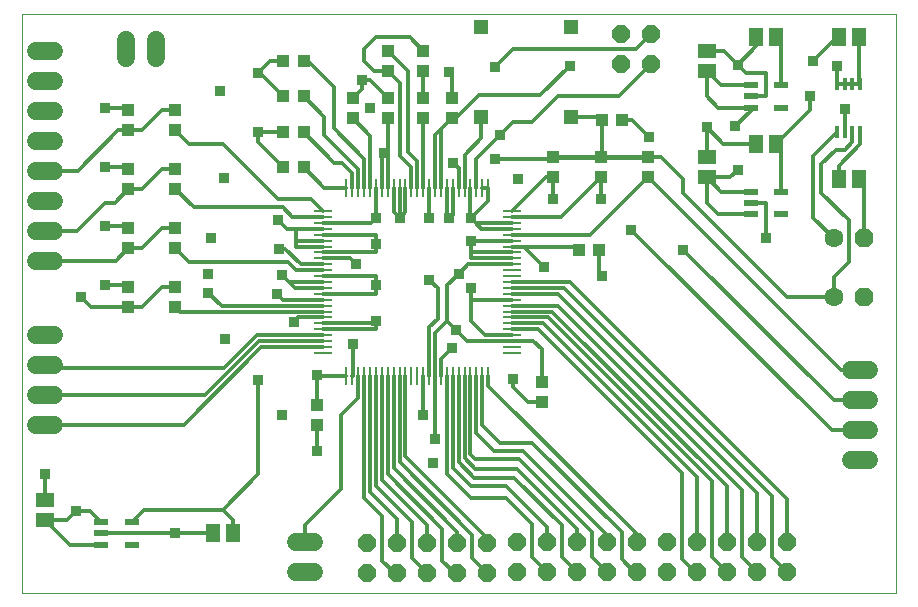
<source format=gtl>
G75*
%MOIN*%
%OFA0B0*%
%FSLAX24Y24*%
%IPPOS*%
%LPD*%
%AMOC8*
5,1,8,0,0,1.08239X$1,22.5*
%
%ADD10C,0.0000*%
%ADD11R,0.0591X0.0108*%
%ADD12R,0.0108X0.0591*%
%ADD13C,0.0600*%
%ADD14R,0.0177X0.0394*%
%ADD15C,0.0630*%
%ADD16OC8,0.0630*%
%ADD17R,0.0512X0.0591*%
%ADD18R,0.0472X0.0217*%
%ADD19R,0.0591X0.0512*%
%ADD20R,0.0472X0.0472*%
%ADD21OC8,0.0600*%
%ADD22R,0.0394X0.0433*%
%ADD23R,0.0433X0.0394*%
%ADD24C,0.0120*%
%ADD25C,0.0120*%
%ADD26R,0.0354X0.0354*%
%ADD27C,0.0160*%
D10*
X000160Y000160D02*
X000160Y019451D01*
X029294Y019451D01*
X029294Y000160D01*
X000160Y000160D01*
D11*
X010192Y008148D03*
X010192Y008345D03*
X010192Y008542D03*
X010192Y008739D03*
X010192Y008936D03*
X010192Y009132D03*
X010192Y009329D03*
X010192Y009526D03*
X010192Y009723D03*
X010192Y009920D03*
X010192Y010117D03*
X010192Y010314D03*
X010192Y010510D03*
X010192Y010707D03*
X010192Y010904D03*
X010192Y011101D03*
X010192Y011298D03*
X010192Y011495D03*
X010192Y011692D03*
X010192Y011888D03*
X010192Y012085D03*
X010192Y012282D03*
X010192Y012479D03*
X010192Y012676D03*
X010192Y012873D03*
X016491Y012873D03*
X016491Y012676D03*
X016491Y012479D03*
X016491Y012282D03*
X016491Y012085D03*
X016491Y011888D03*
X016491Y011692D03*
X016491Y011495D03*
X016491Y011298D03*
X016491Y011101D03*
X016491Y010904D03*
X016491Y010707D03*
X016491Y010510D03*
X016491Y010314D03*
X016491Y010117D03*
X016491Y009920D03*
X016491Y009723D03*
X016491Y009526D03*
X016491Y009329D03*
X016491Y009132D03*
X016491Y008936D03*
X016491Y008739D03*
X016491Y008542D03*
X016491Y008345D03*
X016491Y008148D03*
D12*
X015703Y007361D03*
X015506Y007361D03*
X015310Y007361D03*
X015113Y007361D03*
X014916Y007361D03*
X014719Y007361D03*
X014522Y007361D03*
X014325Y007361D03*
X014129Y007361D03*
X013932Y007361D03*
X013735Y007361D03*
X013538Y007361D03*
X013341Y007361D03*
X013144Y007361D03*
X012947Y007361D03*
X012751Y007361D03*
X012554Y007361D03*
X012357Y007361D03*
X012160Y007361D03*
X011963Y007361D03*
X011766Y007361D03*
X011569Y007361D03*
X011373Y007361D03*
X011176Y007361D03*
X010979Y007361D03*
X010979Y013660D03*
X011176Y013660D03*
X011373Y013660D03*
X011569Y013660D03*
X011766Y013660D03*
X011963Y013660D03*
X012160Y013660D03*
X012357Y013660D03*
X012554Y013660D03*
X012751Y013660D03*
X012947Y013660D03*
X013144Y013660D03*
X013341Y013660D03*
X013538Y013660D03*
X013735Y013660D03*
X013932Y013660D03*
X014129Y013660D03*
X014325Y013660D03*
X014522Y013660D03*
X014719Y013660D03*
X014916Y013660D03*
X015113Y013660D03*
X015310Y013660D03*
X015506Y013660D03*
X015703Y013660D03*
D13*
X004636Y017970D02*
X004636Y018570D01*
X003636Y018570D02*
X003636Y017970D01*
X001247Y018227D02*
X000647Y018227D01*
X000647Y017227D02*
X001247Y017227D01*
X001247Y016227D02*
X000647Y016227D01*
X000647Y015227D02*
X001247Y015227D01*
X001247Y014227D02*
X000647Y014227D01*
X000647Y013227D02*
X001247Y013227D01*
X001247Y012227D02*
X000647Y012227D01*
X000647Y011227D02*
X001247Y011227D01*
X001247Y008747D02*
X000647Y008747D01*
X000647Y007747D02*
X001247Y007747D01*
X001247Y006747D02*
X000647Y006747D01*
X000647Y005747D02*
X001247Y005747D01*
X009309Y001841D02*
X009909Y001841D01*
X009909Y000841D02*
X009309Y000841D01*
X027813Y004566D02*
X028413Y004566D01*
X028413Y005566D02*
X027813Y005566D01*
X027813Y006566D02*
X028413Y006566D01*
X028413Y007566D02*
X027813Y007566D01*
D14*
X027847Y015495D03*
X027591Y015495D03*
X027335Y015495D03*
X028103Y015495D03*
X028103Y017109D03*
X027847Y017109D03*
X027591Y017109D03*
X027335Y017109D03*
D15*
X027219Y011971D03*
X027219Y010003D03*
D16*
X028219Y010003D03*
X028219Y011971D03*
D17*
X028054Y013940D03*
X027384Y013940D03*
X025298Y015121D03*
X024629Y015121D03*
X024629Y018664D03*
X025298Y018664D03*
X027384Y018664D03*
X028054Y018664D03*
X007188Y002129D03*
X006518Y002129D03*
D18*
X003821Y002503D03*
X002798Y002503D03*
X002798Y002129D03*
X002798Y001755D03*
X003821Y001755D03*
X024451Y012778D03*
X024451Y013152D03*
X024451Y013526D03*
X025475Y013526D03*
X025475Y012778D03*
X025475Y016321D03*
X024451Y016321D03*
X024451Y016695D03*
X024451Y017069D03*
X025475Y017069D03*
D19*
X022995Y017542D03*
X022995Y018211D03*
X022995Y014668D03*
X022995Y013999D03*
X000947Y003251D03*
X000947Y002581D03*
D20*
X015471Y016022D03*
X018471Y016022D03*
X018471Y019022D03*
X015471Y019022D03*
D21*
X020132Y018770D03*
X021132Y018770D03*
X021132Y017770D03*
X020132Y017770D03*
X019664Y001841D03*
X018664Y001841D03*
X017664Y001841D03*
X016664Y001841D03*
X015664Y001802D03*
X014664Y001802D03*
X013664Y001802D03*
X012664Y001802D03*
X011664Y001802D03*
X011664Y000802D03*
X012664Y000802D03*
X013664Y000802D03*
X014664Y000802D03*
X015664Y000802D03*
X016664Y000841D03*
X017664Y000841D03*
X018664Y000841D03*
X019664Y000841D03*
X020664Y000841D03*
X021664Y000841D03*
X022664Y000841D03*
X023664Y000841D03*
X024664Y000841D03*
X025664Y000841D03*
X025664Y001841D03*
X024664Y001841D03*
X023664Y001841D03*
X022664Y001841D03*
X021664Y001841D03*
X020664Y001841D03*
D22*
X017483Y006518D03*
X017483Y007188D03*
X010003Y006400D03*
X010003Y005731D03*
X005278Y009668D03*
X005278Y010337D03*
X005278Y011636D03*
X005278Y012306D03*
X005278Y013605D03*
X005278Y014274D03*
X005278Y015573D03*
X005278Y016243D03*
X011184Y015967D03*
X011184Y016636D03*
X012365Y016636D03*
X012365Y015967D03*
X012365Y017542D03*
X012365Y018211D03*
X013546Y018211D03*
X013546Y017542D03*
X014491Y016636D03*
X014491Y015967D03*
D23*
X013546Y015967D03*
X013546Y016636D03*
X009550Y016695D03*
X008881Y016695D03*
X008881Y015514D03*
X009550Y015514D03*
X009550Y014333D03*
X008881Y014333D03*
X008881Y017877D03*
X009550Y017877D03*
X003703Y016243D03*
X003703Y015573D03*
X003703Y014274D03*
X003703Y013605D03*
X003703Y012306D03*
X003703Y011636D03*
X003703Y010337D03*
X003703Y009668D03*
X017877Y013999D03*
X017877Y014668D03*
X019451Y014668D03*
X019451Y013999D03*
X021026Y013999D03*
X021026Y014668D03*
X020180Y015908D03*
X019510Y015908D03*
X019392Y011577D03*
X018723Y011577D03*
D24*
X018609Y011692D01*
X016491Y011692D01*
X016896Y011692D01*
X017562Y011026D01*
X018432Y010510D02*
X025664Y003278D01*
X025664Y001841D01*
X025160Y001345D02*
X025664Y000841D01*
X025160Y001345D02*
X025160Y003388D01*
X018235Y010314D01*
X016491Y010314D01*
X016491Y010510D02*
X018432Y010510D01*
X018038Y010117D02*
X024664Y003491D01*
X024664Y001841D01*
X024176Y001329D02*
X024664Y000841D01*
X024176Y001329D02*
X024176Y003585D01*
X018038Y009723D01*
X016491Y009723D01*
X016491Y009526D02*
X017841Y009526D01*
X023664Y003703D01*
X023664Y001841D01*
X023152Y001353D02*
X023664Y000841D01*
X023152Y001353D02*
X023152Y003861D01*
X017684Y009329D01*
X016491Y009329D01*
X016491Y009132D02*
X017526Y009132D01*
X022664Y003995D01*
X022664Y001841D01*
X022168Y001262D02*
X022589Y000841D01*
X022664Y000841D01*
X022168Y001262D02*
X022168Y004136D01*
X017369Y008936D01*
X016491Y008936D01*
X016491Y008542D02*
X017211Y008542D01*
X017483Y008270D01*
X017483Y007188D01*
X017483Y006518D02*
X017030Y006518D01*
X016538Y007010D01*
X016538Y007286D01*
X015703Y007361D02*
X015703Y007058D01*
X020664Y002097D01*
X020664Y001841D01*
X020160Y002168D02*
X020160Y001262D01*
X020581Y000841D01*
X020664Y000841D01*
X019664Y000841D02*
X019176Y001329D01*
X019176Y002168D01*
X016735Y004609D01*
X015278Y004609D01*
X015113Y004774D01*
X015113Y007361D01*
X015310Y007361D02*
X015310Y005483D01*
X015908Y004884D01*
X016853Y004884D01*
X019664Y002073D01*
X019664Y001841D01*
X020160Y002168D02*
X017168Y005160D01*
X016105Y005160D01*
X015506Y005758D01*
X015506Y007361D01*
X014916Y007361D02*
X014916Y004656D01*
X015278Y004294D01*
X016656Y004294D01*
X018664Y002286D01*
X018664Y001841D01*
X018152Y001353D02*
X018664Y000841D01*
X018152Y001353D02*
X018152Y002404D01*
X016577Y003979D01*
X015239Y003979D01*
X014719Y004499D01*
X014719Y007361D01*
X014522Y007361D02*
X014522Y004302D01*
X015121Y003703D01*
X016302Y003703D01*
X017664Y002341D01*
X017664Y001841D01*
X017168Y001337D02*
X017664Y000841D01*
X017168Y001337D02*
X017168Y002444D01*
X016302Y003310D01*
X015121Y003310D01*
X014325Y004105D01*
X014325Y007361D01*
X013735Y007361D02*
X013735Y009010D01*
X014018Y009294D01*
X014018Y010318D01*
X013743Y010593D01*
X011971Y010707D02*
X011971Y010396D01*
X011971Y010117D01*
X010192Y010117D01*
X010192Y010314D02*
X009258Y010314D01*
X008821Y010751D01*
X009062Y010510D01*
X010192Y010510D01*
X010192Y010707D02*
X011971Y010707D01*
X011302Y011105D02*
X011109Y011298D01*
X010192Y011298D01*
X010192Y011495D02*
X011971Y011495D01*
X011971Y011774D01*
X011971Y012085D01*
X010192Y012085D01*
X010192Y011888D02*
X009294Y011888D01*
X009294Y011692D01*
X010192Y011692D01*
X010192Y012282D02*
X009294Y012282D01*
X008983Y012282D01*
X008703Y012562D01*
X008861Y012995D02*
X005888Y012995D01*
X005278Y013605D01*
X005278Y014274D02*
X004825Y014274D01*
X004156Y013605D01*
X003703Y013605D01*
X003251Y013152D01*
X002916Y013152D01*
X001991Y012227D01*
X000947Y012227D01*
X000947Y011227D02*
X003294Y011227D01*
X003703Y011636D01*
X004156Y011636D01*
X004825Y012306D01*
X005278Y012306D01*
X005278Y011636D02*
X005731Y011184D01*
X009018Y011184D01*
X009298Y010904D01*
X010192Y010904D01*
X010192Y011101D02*
X009455Y011101D01*
X008940Y011617D01*
X008743Y011617D01*
X009294Y011888D02*
X009294Y012282D01*
X009180Y012676D02*
X008861Y012995D01*
X009180Y012676D02*
X010192Y012676D01*
X010192Y012873D02*
X009794Y013270D01*
X008703Y013270D01*
X006853Y015121D01*
X005731Y015121D01*
X005278Y015573D01*
X004825Y016243D02*
X004156Y015573D01*
X003703Y015573D01*
X003369Y015573D01*
X002022Y014227D01*
X000947Y014227D01*
X002916Y014333D02*
X003644Y014333D01*
X003703Y014274D01*
X003644Y012365D02*
X002916Y012365D01*
X003644Y012365D02*
X003703Y012306D01*
X003644Y010396D02*
X002916Y010396D01*
X002463Y009668D02*
X002129Y010003D01*
X002463Y009668D02*
X003703Y009668D01*
X004156Y009668D01*
X004825Y010337D01*
X005278Y010337D01*
X005278Y009668D02*
X005420Y009526D01*
X010192Y009526D01*
X010192Y009329D02*
X009369Y009329D01*
X009215Y009176D01*
X010192Y009132D02*
X011971Y009132D01*
X011971Y009215D01*
X011971Y008936D01*
X010192Y008936D01*
X010192Y008739D02*
X007991Y008739D01*
X006892Y007640D01*
X001054Y007640D01*
X000947Y007747D01*
X000947Y006747D02*
X006274Y006747D01*
X008069Y008542D01*
X010192Y008542D01*
X010192Y008345D02*
X008148Y008345D01*
X005550Y005747D01*
X000947Y005747D01*
X001971Y002877D02*
X002424Y002877D01*
X002798Y002503D01*
X001971Y002877D02*
X001676Y002581D01*
X000947Y002581D01*
X001774Y001755D01*
X002798Y001755D01*
X006853Y002916D02*
X008034Y004097D01*
X008034Y007247D01*
X010003Y007361D02*
X010003Y006400D01*
X010003Y005731D02*
X010003Y004884D01*
X010790Y006066D02*
X010790Y003597D01*
X009609Y002416D01*
X009609Y001841D01*
X011569Y003318D02*
X012168Y002719D01*
X012168Y001223D01*
X012589Y000802D01*
X012664Y000802D01*
X013152Y001314D02*
X013664Y000802D01*
X014176Y001223D02*
X014597Y000802D01*
X014664Y000802D01*
X014176Y001223D02*
X014176Y002286D01*
X012357Y004105D01*
X012357Y007361D01*
X012554Y007361D02*
X012554Y004302D01*
X014664Y002192D01*
X014664Y001802D01*
X015160Y002089D02*
X015160Y001306D01*
X015664Y000802D01*
X015664Y001802D02*
X015664Y001979D01*
X012947Y004695D01*
X012947Y007361D01*
X012751Y007361D02*
X012751Y004499D01*
X015160Y002089D01*
X013664Y001802D02*
X013664Y002404D01*
X012160Y003908D01*
X012160Y007361D01*
X011963Y007361D02*
X011963Y003711D01*
X013152Y002522D01*
X013152Y001314D01*
X012664Y001802D02*
X012664Y002617D01*
X011766Y003514D01*
X011766Y007361D01*
X011569Y007361D02*
X011569Y003318D01*
X010790Y006066D02*
X011373Y006648D01*
X011373Y007361D01*
X011184Y007361D02*
X011184Y008428D01*
X010003Y007404D02*
X010003Y007361D01*
X011176Y007361D02*
X011184Y007361D01*
X010192Y009723D02*
X006818Y009723D01*
X006381Y010160D01*
X008664Y010121D02*
X008865Y009920D01*
X010192Y009920D01*
X012758Y012640D02*
X012751Y012648D01*
X012751Y013660D01*
X012947Y013660D02*
X012947Y012829D01*
X012758Y012640D01*
X012554Y012845D01*
X012554Y013660D01*
X012357Y013660D02*
X012357Y014814D01*
X012255Y014814D01*
X012247Y014806D01*
X012160Y014719D01*
X012160Y013660D01*
X011766Y013660D02*
X011766Y015384D01*
X011184Y015967D01*
X010554Y015632D02*
X010554Y017010D01*
X009688Y017877D01*
X009550Y017877D01*
X008881Y017877D02*
X008428Y017877D01*
X008034Y017483D01*
X008093Y017483D01*
X008881Y016695D01*
X009550Y016695D02*
X010239Y016006D01*
X010239Y015396D01*
X011373Y014262D01*
X011373Y013660D01*
X011569Y013660D02*
X011569Y014617D01*
X010554Y015632D01*
X009550Y015514D02*
X010573Y014491D01*
X010829Y014491D01*
X011176Y014144D01*
X011176Y013660D01*
X010979Y013660D02*
X010223Y013660D01*
X009550Y014333D01*
X008881Y014333D02*
X008034Y015180D01*
X008034Y015514D01*
X008881Y015514D01*
X011184Y016636D02*
X011499Y016951D01*
X011499Y017247D01*
X011755Y017247D01*
X012365Y016636D01*
X012758Y017148D02*
X012365Y017542D01*
X011912Y017542D01*
X011577Y017877D01*
X011577Y018270D01*
X011971Y018664D01*
X013093Y018664D01*
X013546Y018211D01*
X013546Y017542D02*
X013546Y016636D01*
X012758Y017148D02*
X012758Y014727D01*
X013144Y014341D01*
X013144Y013660D01*
X013341Y013660D02*
X013341Y014538D01*
X013034Y014845D01*
X013034Y017542D01*
X012365Y018211D01*
X014412Y017522D02*
X014491Y017444D01*
X014491Y016636D01*
X014629Y015967D02*
X015396Y016735D01*
X017444Y016735D01*
X018428Y017719D01*
X018034Y016695D02*
X017168Y015829D01*
X016538Y015829D01*
X016105Y015396D01*
X015310Y014601D01*
X015310Y013660D01*
X014916Y013660D02*
X014916Y014758D01*
X015471Y015314D01*
X015471Y016022D01*
X014629Y015967D02*
X014491Y015967D01*
X013932Y015408D01*
X013932Y013660D01*
X014129Y013660D02*
X014129Y015605D01*
X014491Y015967D01*
X013546Y015967D02*
X013538Y015959D01*
X013538Y013660D01*
X014719Y013660D02*
X014719Y014302D01*
X014530Y014491D01*
X015947Y014609D02*
X017818Y014609D01*
X017877Y014668D01*
X017877Y013999D02*
X017617Y013999D01*
X016491Y012873D01*
X016491Y012676D02*
X018129Y012676D01*
X019451Y013999D01*
X019451Y013270D01*
X019113Y012085D02*
X021026Y013999D01*
X027459Y007566D01*
X028113Y007566D01*
X028113Y006566D02*
X027219Y006566D01*
X022207Y011577D01*
X023369Y012778D02*
X022995Y013152D01*
X022995Y013999D01*
X023762Y013999D01*
X024018Y014255D01*
X023467Y013526D02*
X022995Y013999D01*
X023467Y013526D02*
X024451Y013526D01*
X024451Y013152D02*
X024963Y013152D01*
X024963Y011971D01*
X024451Y012778D02*
X023369Y012778D01*
X022207Y013467D02*
X025672Y010003D01*
X027219Y010003D01*
X027219Y010684D01*
X027719Y011184D01*
X027719Y012562D01*
X026814Y013467D01*
X026814Y014451D01*
X027286Y014924D01*
X027601Y014924D01*
X027847Y015170D01*
X027847Y015495D01*
X027601Y015505D02*
X027601Y016262D01*
X027601Y015505D02*
X027591Y015495D01*
X027335Y015495D02*
X026538Y014697D01*
X026538Y012652D01*
X027219Y011971D01*
X028219Y011971D02*
X028219Y013774D01*
X028054Y013940D01*
X027384Y013940D02*
X027384Y014392D01*
X028103Y015111D01*
X028103Y015495D01*
X026420Y016243D02*
X026420Y016695D01*
X026420Y016243D02*
X025298Y015121D01*
X025475Y014944D01*
X025475Y013526D01*
X024629Y015121D02*
X023546Y015121D01*
X022995Y015672D01*
X022995Y014668D01*
X022207Y013940D02*
X022207Y013467D01*
X022207Y013940D02*
X021479Y014668D01*
X021026Y014668D01*
X021066Y015357D02*
X020514Y015908D01*
X020180Y015908D01*
X019510Y015908D02*
X019396Y016022D01*
X018471Y016022D01*
X018034Y016695D02*
X020058Y016695D01*
X021132Y017770D01*
X020632Y018270D02*
X016538Y018270D01*
X015947Y017680D01*
X019510Y015908D02*
X019510Y014727D01*
X019451Y014668D01*
X017877Y013999D02*
X017877Y013270D01*
X019113Y012085D02*
X016491Y012085D01*
X016491Y010117D02*
X018038Y010117D01*
X019392Y010810D02*
X019491Y010711D01*
X019392Y010810D02*
X019392Y011577D01*
X020475Y012247D02*
X027156Y005566D01*
X028113Y005566D01*
X023940Y015711D02*
X024451Y016223D01*
X024451Y016321D01*
X023369Y016321D01*
X022995Y016695D01*
X022995Y017542D01*
X023467Y017069D01*
X024451Y017069D01*
X024451Y016695D02*
X024963Y016695D01*
X024963Y017483D01*
X024294Y017483D01*
X024018Y017758D01*
X023566Y018211D01*
X022995Y018211D01*
X024018Y017758D02*
X024629Y018369D01*
X024629Y018664D01*
X025298Y018664D02*
X025475Y018487D01*
X025475Y017069D01*
X026538Y017877D02*
X027325Y018664D01*
X027384Y018664D01*
X028054Y018664D02*
X028054Y017158D01*
X028103Y017109D01*
X027847Y017109D01*
X027591Y017109D01*
X027335Y017109D01*
X027325Y017119D01*
X027325Y017719D01*
X021132Y018770D02*
X020632Y018270D01*
X012365Y015967D02*
X012357Y015959D01*
X012357Y014814D01*
X005278Y016243D02*
X004825Y016243D01*
X003703Y016243D02*
X003644Y016302D01*
X002916Y016302D01*
X003644Y010396D02*
X003703Y010337D01*
D25*
X010003Y007361D02*
X010979Y007361D01*
X013538Y007361D02*
X013546Y007353D01*
X013546Y006066D01*
X013940Y005278D02*
X013940Y007353D01*
X013932Y007361D01*
X013932Y008814D01*
X014333Y009215D01*
X014333Y010396D01*
X014727Y010790D01*
X015038Y011101D01*
X016491Y011101D01*
X016491Y011298D02*
X015121Y011298D01*
X015121Y011892D01*
X015121Y011495D01*
X016491Y011495D01*
X016491Y011888D02*
X015125Y011888D01*
X015121Y011892D01*
X015479Y012282D02*
X015282Y012479D01*
X015121Y012640D01*
X015703Y013223D01*
X015703Y013660D01*
X015506Y013660D01*
X015113Y013660D02*
X015113Y012648D01*
X015121Y012640D01*
X015282Y012479D02*
X016491Y012479D01*
X016491Y012282D02*
X015479Y012282D01*
X014522Y012751D02*
X014412Y012640D01*
X014325Y012727D01*
X014325Y013660D01*
X014522Y013660D02*
X014522Y012751D01*
X013743Y012640D02*
X013735Y012648D01*
X013735Y013660D01*
X011963Y013660D02*
X011963Y012648D01*
X011794Y012479D01*
X010192Y012479D01*
X011963Y012648D02*
X011971Y012640D01*
X015121Y010318D02*
X015121Y009215D01*
X015597Y008739D01*
X016491Y008739D01*
X016491Y008542D02*
X015006Y008542D01*
X014629Y008920D01*
X014333Y009215D01*
X015125Y009920D02*
X015121Y010318D01*
X015125Y009920D02*
X016491Y009920D01*
X014491Y008310D02*
X014129Y007947D01*
X014129Y007361D01*
X007188Y002581D02*
X007188Y002129D01*
X007188Y002581D02*
X006853Y002916D01*
X004235Y002916D01*
X003821Y002503D01*
X002798Y002129D02*
X005278Y002129D01*
X006518Y002129D01*
X000947Y003251D02*
X000947Y004097D01*
D26*
X000947Y004097D03*
X001971Y002877D03*
X005278Y002129D03*
X010003Y004884D03*
X008821Y006066D03*
X008034Y007247D03*
X010003Y007404D03*
X011184Y008428D03*
X011971Y009215D03*
X011971Y010396D03*
X011302Y011105D03*
X011971Y011774D03*
X011971Y012640D03*
X012758Y012640D03*
X013743Y012640D03*
X014412Y012640D03*
X015121Y012640D03*
X015121Y011892D03*
X014727Y010790D03*
X015121Y010318D03*
X013743Y010593D03*
X014629Y008920D03*
X014491Y008310D03*
X016538Y007286D03*
X013940Y005278D03*
X013861Y004491D03*
X013546Y006066D03*
X009215Y009176D03*
X008664Y010121D03*
X008821Y010751D03*
X008743Y011617D03*
X008703Y012562D03*
X006892Y013979D03*
X008034Y015514D03*
X006774Y016892D03*
X008034Y017483D03*
X011499Y017247D03*
X011774Y016302D03*
X012247Y014806D03*
X014530Y014491D03*
X015947Y014609D03*
X016105Y015396D03*
X016695Y013940D03*
X017877Y013270D03*
X019451Y013270D03*
X020475Y012247D03*
X022207Y011577D03*
X024963Y011971D03*
X024018Y014255D03*
X023940Y015711D03*
X022995Y015672D03*
X021066Y015357D03*
X018428Y017719D03*
X015947Y017680D03*
X014412Y017522D03*
X006459Y011971D03*
X006381Y010790D03*
X006381Y010160D03*
X006932Y008625D03*
X002916Y010396D03*
X002129Y010003D03*
X002916Y012365D03*
X002916Y014333D03*
X002916Y016302D03*
X017562Y011026D03*
X019491Y010711D03*
X027601Y016262D03*
X026420Y016695D03*
X027325Y017719D03*
X026538Y017877D03*
X024018Y017758D03*
D27*
X021026Y014668D02*
X019451Y014668D01*
X017877Y014668D01*
M02*

</source>
